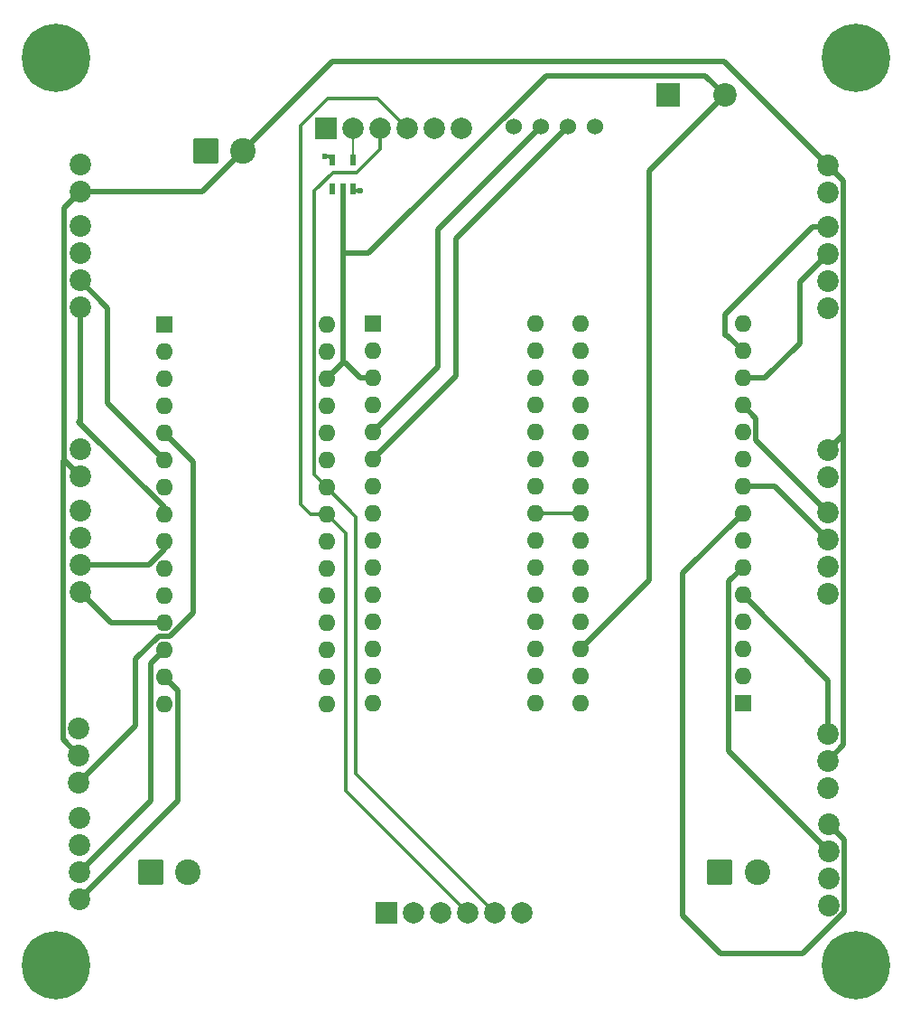
<source format=gbr>
%TF.GenerationSoftware,KiCad,Pcbnew,9.0.0-1.fc41*%
%TF.CreationDate,2025-04-13T20:28:47+02:00*%
%TF.ProjectId,main_board,6d61696e-5f62-46f6-9172-642e6b696361,v1.0*%
%TF.SameCoordinates,Original*%
%TF.FileFunction,Copper,L1,Top*%
%TF.FilePolarity,Positive*%
%FSLAX46Y46*%
G04 Gerber Fmt 4.6, Leading zero omitted, Abs format (unit mm)*
G04 Created by KiCad (PCBNEW 9.0.0-1.fc41) date 2025-04-13 20:28:47*
%MOMM*%
%LPD*%
G01*
G04 APERTURE LIST*
G04 Aperture macros list*
%AMRoundRect*
0 Rectangle with rounded corners*
0 $1 Rounding radius*
0 $2 $3 $4 $5 $6 $7 $8 $9 X,Y pos of 4 corners*
0 Add a 4 corners polygon primitive as box body*
4,1,4,$2,$3,$4,$5,$6,$7,$8,$9,$2,$3,0*
0 Add four circle primitives for the rounded corners*
1,1,$1+$1,$2,$3*
1,1,$1+$1,$4,$5*
1,1,$1+$1,$6,$7*
1,1,$1+$1,$8,$9*
0 Add four rect primitives between the rounded corners*
20,1,$1+$1,$2,$3,$4,$5,0*
20,1,$1+$1,$4,$5,$6,$7,0*
20,1,$1+$1,$6,$7,$8,$9,0*
20,1,$1+$1,$8,$9,$2,$3,0*%
G04 Aperture macros list end*
%TA.AperFunction,ComponentPad*%
%ADD10R,2.000000X2.000000*%
%TD*%
%TA.AperFunction,ComponentPad*%
%ADD11C,2.000000*%
%TD*%
%TA.AperFunction,ComponentPad*%
%ADD12C,2.020000*%
%TD*%
%TA.AperFunction,ComponentPad*%
%ADD13R,2.200000X2.200000*%
%TD*%
%TA.AperFunction,ComponentPad*%
%ADD14C,2.200000*%
%TD*%
%TA.AperFunction,SMDPad,CuDef*%
%ADD15R,0.600000X1.050000*%
%TD*%
%TA.AperFunction,ComponentPad*%
%ADD16RoundRect,0.250001X-0.949999X-0.949999X0.949999X-0.949999X0.949999X0.949999X-0.949999X0.949999X0*%
%TD*%
%TA.AperFunction,ComponentPad*%
%ADD17C,2.400000*%
%TD*%
%TA.AperFunction,ComponentPad*%
%ADD18C,6.400000*%
%TD*%
%TA.AperFunction,ComponentPad*%
%ADD19C,1.530000*%
%TD*%
%TA.AperFunction,ComponentPad*%
%ADD20R,1.600000X1.600000*%
%TD*%
%TA.AperFunction,ComponentPad*%
%ADD21O,1.600000X1.600000*%
%TD*%
%TA.AperFunction,ViaPad*%
%ADD22C,0.600000*%
%TD*%
%TA.AperFunction,Conductor*%
%ADD23C,0.300000*%
%TD*%
%TA.AperFunction,Conductor*%
%ADD24C,1.500000*%
%TD*%
%TA.AperFunction,Conductor*%
%ADD25C,0.500000*%
%TD*%
%TA.AperFunction,Conductor*%
%ADD26C,0.200000*%
%TD*%
G04 APERTURE END LIST*
D10*
%TO.P,J3,1*%
%TO.N,+5V*%
X142440000Y-119545000D03*
D11*
%TO.P,J3,2*%
%TO.N,unconnected-(J3-Pad2)*%
X144980000Y-119545000D03*
%TO.P,J3,3*%
%TO.N,GND*%
X147520000Y-119545000D03*
%TO.P,J3,4*%
%TO.N,SDA*%
X150060000Y-119545000D03*
%TO.P,J3,5*%
%TO.N,SCL*%
X152600000Y-119545000D03*
%TO.P,J3,6*%
%TO.N,unconnected-(J3-Pad6)*%
X155140000Y-119545000D03*
%TD*%
D12*
%TO.P,J15,1*%
%TO.N,GND*%
X183900000Y-118870000D03*
%TO.P,J15,2*%
%TO.N,+12V*%
X183900000Y-116330000D03*
%TO.P,J15,3*%
%TO.N,Net-(Slave2-D3)*%
X183900000Y-113790000D03*
%TO.P,J15,4*%
%TO.N,Net-(Slave2-D5)*%
X183900000Y-111250000D03*
%TD*%
%TO.P,J19,1*%
%TO.N,GND*%
X183820000Y-78800000D03*
%TO.P,J19,2*%
%TO.N,+5V*%
X183820000Y-76260000D03*
%TD*%
D13*
%TO.P,S2,1*%
%TO.N,GND*%
X168850000Y-42950000D03*
D14*
%TO.P,S2,2*%
%TO.N,reset*%
X174150000Y-42950000D03*
%TD*%
D15*
%TO.P,U2,1,NC*%
%TO.N,unconnected-(U2-NC-Pad1)*%
X137400000Y-51750000D03*
%TO.P,U2,2,A*%
%TO.N,reset*%
X138350000Y-51750000D03*
%TO.P,U2,3,GND*%
%TO.N,GND*%
X139300000Y-51750000D03*
%TO.P,U2,4,Y*%
%TO.N,Net-(U2-Y)*%
X139300000Y-49050000D03*
%TO.P,U2,5,VCC*%
%TO.N,+5V*%
X137400000Y-49050000D03*
%TD*%
D12*
%TO.P,J2,1*%
%TO.N,GND*%
X113700000Y-76105000D03*
%TO.P,J2,2*%
%TO.N,+5V*%
X113700000Y-78645000D03*
%TD*%
D16*
%TO.P,J11,1,Pin_1*%
%TO.N,GND*%
X173700000Y-115800000D03*
D17*
%TO.P,J11,2,Pin_2*%
%TO.N,+12V*%
X177200000Y-115800000D03*
%TD*%
D12*
%TO.P,J16,1*%
%TO.N,GND*%
X183820000Y-89670000D03*
%TO.P,J16,2*%
%TO.N,+12V*%
X183820000Y-87130000D03*
%TO.P,J16,3*%
%TO.N,Net-(Slave2-D6)*%
X183820000Y-84590000D03*
%TO.P,J16,4*%
%TO.N,Net-(Slave2-D9)*%
X183820000Y-82050000D03*
%TD*%
%TO.P,J10,1*%
%TO.N,GND*%
X113700000Y-49495000D03*
%TO.P,J10,2*%
%TO.N,+5V*%
X113700000Y-52035000D03*
%TD*%
%TO.P,J17,1*%
%TO.N,GND*%
X183800000Y-62955000D03*
%TO.P,J17,2*%
%TO.N,+12V*%
X183800000Y-60415000D03*
%TO.P,J17,3*%
%TO.N,Net-(Slave2-D10)*%
X183800000Y-57875000D03*
%TO.P,J17,4*%
%TO.N,Net-(Slave2-D11)*%
X183800000Y-55335000D03*
%TD*%
D18*
%TO.P,H2,1,1*%
%TO.N,GND*%
X186423250Y-124500000D03*
%TD*%
D12*
%TO.P,J14,1*%
%TO.N,GND*%
X113620000Y-110710000D03*
%TO.P,J14,2*%
%TO.N,+12.1V*%
X113620000Y-113250000D03*
%TO.P,J14,3*%
%TO.N,Net-(Slave1-D10)*%
X113620000Y-115790000D03*
%TO.P,J14,4*%
%TO.N,Net-(Slave1-D11)*%
X113620000Y-118330000D03*
%TD*%
%TO.P,J20,1*%
%TO.N,GND*%
X183800000Y-52060000D03*
%TO.P,J20,2*%
%TO.N,+5V*%
X183800000Y-49520000D03*
%TD*%
D16*
%TO.P,J1,1,Pin_1*%
%TO.N,GND*%
X120350000Y-115800000D03*
D17*
%TO.P,J1,2,Pin_2*%
%TO.N,+12.1V*%
X123850000Y-115800000D03*
%TD*%
D12*
%TO.P,J22,1*%
%TO.N,GND*%
X183850000Y-107850000D03*
%TO.P,J22,2*%
%TO.N,+5V*%
X183850000Y-105310000D03*
%TO.P,J22,3*%
%TO.N,n2D2*%
X183850000Y-102770000D03*
%TD*%
D16*
%TO.P,J18,1,Pin_1*%
%TO.N,GND*%
X125500000Y-48200000D03*
D17*
%TO.P,J18,2,Pin_2*%
%TO.N,+5V*%
X129000000Y-48200000D03*
%TD*%
D12*
%TO.P,J12,1*%
%TO.N,GND*%
X113700000Y-55245000D03*
%TO.P,J12,2*%
%TO.N,+12.1V*%
X113700000Y-57785000D03*
%TO.P,J12,3*%
%TO.N,Net-(Slave1-D3)*%
X113700000Y-60325000D03*
%TO.P,J12,4*%
%TO.N,Net-(Slave1-D5)*%
X113700000Y-62865000D03*
%TD*%
D19*
%TO.P,U1,1,VCC*%
%TO.N,+5V*%
X162010000Y-45900000D03*
%TO.P,U1,2,TRIG*%
%TO.N,Net-(Master1-D3)*%
X159470000Y-45900000D03*
%TO.P,U1,3,ECHO*%
%TO.N,Net-(Master1-D2)*%
X156930000Y-45900000D03*
%TO.P,U1,4,GND*%
%TO.N,GND*%
X154390000Y-45900000D03*
%TD*%
D10*
%TO.P,J5,1*%
%TO.N,GND*%
X136800000Y-46100000D03*
D11*
%TO.P,J5,2*%
%TO.N,Net-(U2-Y)*%
X139340000Y-46100000D03*
%TO.P,J5,3*%
%TO.N,SCL*%
X141880000Y-46100000D03*
%TO.P,J5,4*%
%TO.N,SDA*%
X144420000Y-46100000D03*
%TO.P,J5,5*%
%TO.N,+5V*%
X146960000Y-46100000D03*
%TO.P,J5,6*%
%TO.N,unconnected-(J5-Pad6)*%
X149500000Y-46100000D03*
%TD*%
D18*
%TO.P,H1,1,1*%
%TO.N,GND*%
X111436750Y-124500000D03*
%TD*%
D20*
%TO.P,Slave2,1,D1/TX*%
%TO.N,unconnected-(Slave2-D1{slash}TX-Pad1)*%
X175840000Y-99950000D03*
D21*
%TO.P,Slave2,2,D0/RX*%
%TO.N,unconnected-(Slave2-D0{slash}RX-Pad2)*%
X175840000Y-97410000D03*
%TO.P,Slave2,3,~{RESET}*%
%TO.N,unconnected-(Slave2-~{RESET}-Pad3)*%
X175840000Y-94870000D03*
%TO.P,Slave2,4,GND*%
%TO.N,GND*%
X175840000Y-92330000D03*
%TO.P,Slave2,5,D2*%
%TO.N,n2D2*%
X175840000Y-89790000D03*
%TO.P,Slave2,6,D3*%
%TO.N,Net-(Slave2-D3)*%
X175840000Y-87250000D03*
%TO.P,Slave2,7,D4*%
%TO.N,unconnected-(Slave2-D4-Pad7)*%
X175840000Y-84710000D03*
%TO.P,Slave2,8,D5*%
%TO.N,Net-(Slave2-D5)*%
X175840000Y-82170000D03*
%TO.P,Slave2,9,D6*%
%TO.N,Net-(Slave2-D6)*%
X175840000Y-79630000D03*
%TO.P,Slave2,10,D7*%
%TO.N,unconnected-(Slave2-D7-Pad10)*%
X175840000Y-77090000D03*
%TO.P,Slave2,11,D8*%
%TO.N,unconnected-(Slave2-D8-Pad11)*%
X175840000Y-74550000D03*
%TO.P,Slave2,12,D9*%
%TO.N,Net-(Slave2-D9)*%
X175840000Y-72010000D03*
%TO.P,Slave2,13,D10*%
%TO.N,Net-(Slave2-D10)*%
X175840000Y-69470000D03*
%TO.P,Slave2,14,D11*%
%TO.N,Net-(Slave2-D11)*%
X175840000Y-66930000D03*
%TO.P,Slave2,15,D12*%
%TO.N,unconnected-(Slave2-D12-Pad15)*%
X175840000Y-64390000D03*
%TO.P,Slave2,16,D13*%
%TO.N,unconnected-(Slave2-D13-Pad16)*%
X160600000Y-64390000D03*
%TO.P,Slave2,17,3V3*%
%TO.N,unconnected-(Slave2-3V3-Pad17)*%
X160600000Y-66930000D03*
%TO.P,Slave2,18,AREF*%
%TO.N,unconnected-(Slave2-AREF-Pad18)*%
X160600000Y-69470000D03*
%TO.P,Slave2,19,A0*%
%TO.N,unconnected-(Slave2-A0-Pad19)*%
X160600000Y-72010000D03*
%TO.P,Slave2,20,A1*%
%TO.N,unconnected-(Slave2-A1-Pad20)*%
X160600000Y-74550000D03*
%TO.P,Slave2,21,A2*%
%TO.N,unconnected-(Slave2-A2-Pad21)*%
X160600000Y-77090000D03*
%TO.P,Slave2,22,A3*%
%TO.N,unconnected-(Slave2-A3-Pad22)*%
X160600000Y-79630000D03*
%TO.P,Slave2,23,A4*%
%TO.N,SDA*%
X160600000Y-82170000D03*
%TO.P,Slave2,24,A5*%
%TO.N,SCL*%
X160600000Y-84710000D03*
%TO.P,Slave2,25,A6*%
%TO.N,unconnected-(Slave2-A6-Pad25)*%
X160600000Y-87250000D03*
%TO.P,Slave2,26,A7*%
%TO.N,unconnected-(Slave2-A7-Pad26)*%
X160600000Y-89790000D03*
%TO.P,Slave2,27,+5V*%
%TO.N,unconnected-(Slave2-+5V-Pad27)*%
X160600000Y-92330000D03*
%TO.P,Slave2,28,~{RESET}*%
%TO.N,reset*%
X160600000Y-94870000D03*
%TO.P,Slave2,29,GND*%
%TO.N,unconnected-(Slave2-GND-Pad29)*%
X160600000Y-97410000D03*
%TO.P,Slave2,30,VIN*%
%TO.N,+5V*%
X160600000Y-99950000D03*
%TD*%
D18*
%TO.P,H4,1,1*%
%TO.N,GND*%
X186423250Y-39500000D03*
%TD*%
D20*
%TO.P,Master,1,D1/TX*%
%TO.N,unconnected-(Master1-D1{slash}TX-Pad1)*%
X141200000Y-64400000D03*
D21*
%TO.P,Master,2,D0/RX*%
%TO.N,unconnected-(Master1-D0{slash}RX-Pad2)*%
X141200000Y-66940000D03*
%TO.P,Master,3,~{RESET}*%
%TO.N,reset*%
X141200000Y-69480000D03*
%TO.P,Master,4,GND*%
%TO.N,GND*%
X141200000Y-72020000D03*
%TO.P,Master,5,D2*%
%TO.N,Net-(Master1-D2)*%
X141200000Y-74560000D03*
%TO.P,Master,6,D3*%
%TO.N,Net-(Master1-D3)*%
X141200000Y-77100000D03*
%TO.P,Master,7,D4*%
%TO.N,unconnected-(Master1-D4-Pad7)*%
X141200000Y-79640000D03*
%TO.P,Master,8,D5*%
%TO.N,unconnected-(Master1-D5-Pad8)*%
X141200000Y-82180000D03*
%TO.P,Master,9,D6*%
%TO.N,unconnected-(Master1-D6-Pad9)*%
X141200000Y-84720000D03*
%TO.P,Master,10,D7*%
%TO.N,unconnected-(Master1-D7-Pad10)*%
X141200000Y-87260000D03*
%TO.P,Master,11,D8*%
%TO.N,unconnected-(Master1-D8-Pad11)*%
X141200000Y-89800000D03*
%TO.P,Master,12,D9*%
%TO.N,unconnected-(Master1-D9-Pad12)*%
X141200000Y-92340000D03*
%TO.P,Master,13,D10*%
%TO.N,unconnected-(Master1-D10-Pad13)*%
X141200000Y-94880000D03*
%TO.P,Master,14,D11*%
%TO.N,unconnected-(Master1-D11-Pad14)*%
X141200000Y-97420000D03*
%TO.P,Master,15,D12*%
%TO.N,unconnected-(Master1-D12-Pad15)*%
X141200000Y-99960000D03*
%TO.P,Master,16,D13*%
%TO.N,unconnected-(Master1-D13-Pad16)*%
X156440000Y-99960000D03*
%TO.P,Master,17,3V3*%
%TO.N,unconnected-(Master1-3V3-Pad17)*%
X156440000Y-97420000D03*
%TO.P,Master,18,AREF*%
%TO.N,unconnected-(Master1-AREF-Pad18)*%
X156440000Y-94880000D03*
%TO.P,Master,19,A0*%
%TO.N,unconnected-(Master1-A0-Pad19)*%
X156440000Y-92340000D03*
%TO.P,Master,20,A1*%
%TO.N,unconnected-(Master1-A1-Pad20)*%
X156440000Y-89800000D03*
%TO.P,Master,21,A2*%
%TO.N,unconnected-(Master1-A2-Pad21)*%
X156440000Y-87260000D03*
%TO.P,Master,22,A3*%
%TO.N,unconnected-(Master1-A3-Pad22)*%
X156440000Y-84720000D03*
%TO.P,Master,23,A4*%
%TO.N,SDA*%
X156440000Y-82180000D03*
%TO.P,Master,24,A5*%
%TO.N,SCL*%
X156440000Y-79640000D03*
%TO.P,Master,25,A6*%
%TO.N,unconnected-(Master1-A6-Pad25)*%
X156440000Y-77100000D03*
%TO.P,Master,26,A7*%
%TO.N,unconnected-(Master1-A7-Pad26)*%
X156440000Y-74560000D03*
%TO.P,Master,27,+5V*%
%TO.N,unconnected-(Master1-+5V-Pad27)*%
X156440000Y-72020000D03*
%TO.P,Master,28,~{RESET}*%
%TO.N,unconnected-(Master1-~{RESET}-Pad28)*%
X156440000Y-69480000D03*
%TO.P,Master,29,GND*%
%TO.N,unconnected-(Master1-GND-Pad29)*%
X156440000Y-66940000D03*
%TO.P,Master,30,VIN*%
%TO.N,+5V*%
X156440000Y-64400000D03*
%TD*%
D20*
%TO.P,Slave1,1,D1/TX*%
%TO.N,unconnected-(Slave1-D1{slash}TX-Pad1)*%
X121595000Y-64455000D03*
D21*
%TO.P,Slave1,2,D0/RX*%
%TO.N,unconnected-(Slave1-D0{slash}RX-Pad2)*%
X121595000Y-66995000D03*
%TO.P,Slave1,3,~{RESET}*%
%TO.N,unconnected-(Slave1-~{RESET}-Pad3)*%
X121595000Y-69535000D03*
%TO.P,Slave1,4,GND*%
%TO.N,unconnected-(Slave1-GND-Pad4)*%
X121595000Y-72075000D03*
%TO.P,Slave1,5,D2*%
%TO.N,n1D2*%
X121595000Y-74615000D03*
%TO.P,Slave1,6,D3*%
%TO.N,Net-(Slave1-D3)*%
X121595000Y-77155000D03*
%TO.P,Slave1,7,D4*%
%TO.N,unconnected-(Slave1-D4-Pad7)*%
X121595000Y-79695000D03*
%TO.P,Slave1,8,D5*%
%TO.N,Net-(Slave1-D5)*%
X121595000Y-82235000D03*
%TO.P,Slave1,9,D6*%
%TO.N,Net-(Slave1-D6)*%
X121595000Y-84775000D03*
%TO.P,Slave1,10,D7*%
%TO.N,unconnected-(Slave1-D7-Pad10)*%
X121595000Y-87315000D03*
%TO.P,Slave1,11,D8*%
%TO.N,unconnected-(Slave1-D8-Pad11)*%
X121595000Y-89855000D03*
%TO.P,Slave1,12,D9*%
%TO.N,Net-(Slave1-D9)*%
X121595000Y-92395000D03*
%TO.P,Slave1,13,D10*%
%TO.N,Net-(Slave1-D10)*%
X121595000Y-94935000D03*
%TO.P,Slave1,14,D11*%
%TO.N,Net-(Slave1-D11)*%
X121595000Y-97475000D03*
%TO.P,Slave1,15,D12*%
%TO.N,unconnected-(Slave1-D12-Pad15)*%
X121595000Y-100015000D03*
%TO.P,Slave1,16,D13*%
%TO.N,unconnected-(Slave1-D13-Pad16)*%
X136835000Y-100015000D03*
%TO.P,Slave1,17,3V3*%
%TO.N,unconnected-(Slave1-3V3-Pad17)*%
X136835000Y-97475000D03*
%TO.P,Slave1,18,AREF*%
%TO.N,unconnected-(Slave1-AREF-Pad18)*%
X136835000Y-94935000D03*
%TO.P,Slave1,19,A0*%
%TO.N,unconnected-(Slave1-A0-Pad19)*%
X136835000Y-92395000D03*
%TO.P,Slave1,20,A1*%
%TO.N,unconnected-(Slave1-A1-Pad20)*%
X136835000Y-89855000D03*
%TO.P,Slave1,21,A2*%
%TO.N,unconnected-(Slave1-A2-Pad21)*%
X136835000Y-87315000D03*
%TO.P,Slave1,22,A3*%
%TO.N,unconnected-(Slave1-A3-Pad22)*%
X136835000Y-84775000D03*
%TO.P,Slave1,23,A4*%
%TO.N,SDA*%
X136835000Y-82235000D03*
%TO.P,Slave1,24,A5*%
%TO.N,SCL*%
X136835000Y-79695000D03*
%TO.P,Slave1,25,A6*%
%TO.N,unconnected-(Slave1-A6-Pad25)*%
X136835000Y-77155000D03*
%TO.P,Slave1,26,A7*%
%TO.N,unconnected-(Slave1-A7-Pad26)*%
X136835000Y-74615000D03*
%TO.P,Slave1,27,+5V*%
%TO.N,unconnected-(Slave1-+5V-Pad27)*%
X136835000Y-72075000D03*
%TO.P,Slave1,28,~{RESET}*%
%TO.N,reset*%
X136835000Y-69535000D03*
%TO.P,Slave1,29,GND*%
%TO.N,GND*%
X136835000Y-66995000D03*
%TO.P,Slave1,30,VIN*%
%TO.N,+5V*%
X136835000Y-64455000D03*
%TD*%
D12*
%TO.P,J13,1*%
%TO.N,GND*%
X113700000Y-81895000D03*
%TO.P,J13,2*%
%TO.N,+12.1V*%
X113700000Y-84435000D03*
%TO.P,J13,3*%
%TO.N,Net-(Slave1-D6)*%
X113700000Y-86975000D03*
%TO.P,J13,4*%
%TO.N,Net-(Slave1-D9)*%
X113700000Y-89515000D03*
%TD*%
%TO.P,J21,1*%
%TO.N,GND*%
X113600000Y-102270000D03*
%TO.P,J21,2*%
%TO.N,+5V*%
X113600000Y-104810000D03*
%TO.P,J21,3*%
%TO.N,n1D2*%
X113600000Y-107350000D03*
%TD*%
D18*
%TO.P,H3,1,1*%
%TO.N,GND*%
X111436750Y-39500000D03*
%TD*%
D22*
%TO.N,+5V*%
X136650000Y-48700000D03*
%TO.N,GND*%
X140000000Y-51900000D03*
%TD*%
D23*
%TO.N,SDA*%
X156440000Y-82180000D02*
X160590000Y-82180000D01*
X136898000Y-43300000D02*
X141620000Y-43300000D01*
X141620000Y-43300000D02*
X144420000Y-46100000D01*
X134400000Y-45798000D02*
X136898000Y-43300000D01*
X136835000Y-82235000D02*
X135335000Y-82235000D01*
X135335000Y-82235000D02*
X134400000Y-81300000D01*
X150060000Y-119545000D02*
X138650000Y-108135000D01*
X134400000Y-81300000D02*
X134400000Y-45798000D01*
X138650000Y-108135000D02*
X138650000Y-84050000D01*
D24*
X156450000Y-82170000D02*
X156440000Y-82180000D01*
D23*
X138650000Y-84050000D02*
X136835000Y-82235000D01*
X160590000Y-82180000D02*
X160600000Y-82170000D01*
%TO.N,+5V*%
X136650000Y-48700000D02*
X137050000Y-48700000D01*
D25*
X112139000Y-103349000D02*
X113600000Y-104810000D01*
D23*
X137050000Y-48700000D02*
X137400000Y-49050000D01*
D25*
X183800000Y-49520000D02*
X185311000Y-51031000D01*
X137400000Y-39800000D02*
X174080000Y-39800000D01*
X129000000Y-48200000D02*
X137400000Y-39800000D01*
X185311000Y-103849000D02*
X183850000Y-105310000D01*
X185311000Y-74150000D02*
X185311000Y-103849000D01*
X112239000Y-77184000D02*
X112139000Y-77284000D01*
X125165000Y-52035000D02*
X129000000Y-48200000D01*
X174080000Y-39800000D02*
X183800000Y-49520000D01*
X183820000Y-76260000D02*
X185311000Y-74769000D01*
X113700000Y-52035000D02*
X125165000Y-52035000D01*
X112239000Y-77184000D02*
X113700000Y-78645000D01*
X112239000Y-53496000D02*
X112239000Y-77184000D01*
X113700000Y-52035000D02*
X112239000Y-53496000D01*
X112139000Y-77284000D02*
X112139000Y-103349000D01*
X185311000Y-51031000D02*
X185311000Y-74150000D01*
X185311000Y-74769000D02*
X185311000Y-74150000D01*
%TO.N,reset*%
X167050000Y-50050000D02*
X167050000Y-88420000D01*
X138350000Y-57800000D02*
X138350000Y-51750000D01*
X138350000Y-68020000D02*
X138350000Y-57800000D01*
X172350000Y-41150000D02*
X174150000Y-42950000D01*
X138520000Y-68020000D02*
X139980000Y-69480000D01*
X139980000Y-69480000D02*
X141200000Y-69480000D01*
X136835000Y-69535000D02*
X138350000Y-68020000D01*
X138350000Y-68020000D02*
X138520000Y-68020000D01*
X167050000Y-88420000D02*
X160600000Y-94870000D01*
X140770316Y-57800000D02*
X157420316Y-41150000D01*
X157420316Y-41150000D02*
X172350000Y-41150000D01*
X138350000Y-57800000D02*
X140770316Y-57800000D01*
X174150000Y-42950000D02*
X167050000Y-50050000D01*
D23*
%TO.N,GND*%
X140000000Y-51900000D02*
X139450000Y-51900000D01*
X139450000Y-51900000D02*
X139300000Y-51750000D01*
%TO.N,SCL*%
X141880000Y-47997000D02*
X141880000Y-46100000D01*
X137423000Y-50200000D02*
X139677000Y-50200000D01*
X135684000Y-51939000D02*
X137423000Y-50200000D01*
X139677000Y-50200000D02*
X141880000Y-47997000D01*
X139600000Y-82460000D02*
X136835000Y-79695000D01*
X136835000Y-79695000D02*
X135684000Y-78544000D01*
X135684000Y-78544000D02*
X135684000Y-51939000D01*
X139600000Y-106545000D02*
X139600000Y-82460000D01*
X152600000Y-119545000D02*
X139600000Y-106545000D01*
D25*
%TO.N,n1D2*%
X124300000Y-91459182D02*
X124300000Y-77320000D01*
X113600000Y-107350000D02*
X118904000Y-102046000D01*
X122113182Y-93646000D02*
X124300000Y-91459182D01*
X124300000Y-77320000D02*
X121595000Y-74615000D01*
X118904000Y-102046000D02*
X118904000Y-95818818D01*
X118904000Y-95818818D02*
X121076818Y-93646000D01*
X121076818Y-93646000D02*
X122113182Y-93646000D01*
%TO.N,n2D2*%
X183850000Y-97800000D02*
X183850000Y-102770000D01*
X175840000Y-89790000D02*
X183850000Y-97800000D01*
D26*
%TO.N,Net-(U2-Y)*%
X139340000Y-46100000D02*
X139340000Y-49010000D01*
X139340000Y-49010000D02*
X139300000Y-49050000D01*
D25*
%TO.N,Net-(Slave2-D11)*%
X174360000Y-65450000D02*
X175840000Y-66930000D01*
X182371645Y-55335000D02*
X174200000Y-63506645D01*
X174200000Y-63506645D02*
X174200000Y-65450000D01*
X183800000Y-55335000D02*
X182371645Y-55335000D01*
X174200000Y-65450000D02*
X174360000Y-65450000D01*
%TO.N,Net-(Slave2-D10)*%
X177930000Y-69470000D02*
X181200000Y-66200000D01*
X181200000Y-66200000D02*
X181200000Y-60475000D01*
X181200000Y-60475000D02*
X183800000Y-57875000D01*
X175840000Y-69470000D02*
X177930000Y-69470000D01*
%TO.N,Net-(Slave2-D6)*%
X178860000Y-79630000D02*
X175840000Y-79630000D01*
X183820000Y-84590000D02*
X178860000Y-79630000D01*
%TO.N,Net-(Slave2-D9)*%
X183820000Y-82050000D02*
X177091000Y-75321000D01*
X177091000Y-73261000D02*
X175840000Y-72010000D01*
X177091000Y-75321000D02*
X177091000Y-73261000D01*
%TO.N,Net-(Slave2-D3)*%
X174550000Y-88540000D02*
X175840000Y-87250000D01*
X183900000Y-113790000D02*
X174550000Y-104440000D01*
X174550000Y-104440000D02*
X174550000Y-88540000D01*
%TO.N,Net-(Slave2-D5)*%
X185361000Y-119475167D02*
X181486167Y-123350000D01*
X173800000Y-123350000D02*
X170250000Y-119800000D01*
X181486167Y-123350000D02*
X173800000Y-123350000D01*
X170250000Y-119800000D02*
X170250000Y-87760000D01*
X185361000Y-112711000D02*
X185361000Y-119475167D01*
X183900000Y-111250000D02*
X185361000Y-112711000D01*
X170250000Y-87760000D02*
X175840000Y-82170000D01*
%TO.N,Net-(Master1-D2)*%
X156930000Y-45900000D02*
X147300000Y-55530000D01*
X147300000Y-68460000D02*
X141200000Y-74560000D01*
X147300000Y-55530000D02*
X147300000Y-68460000D01*
%TO.N,Net-(Master1-D3)*%
X141200000Y-77100000D02*
X149000000Y-69300000D01*
X149000000Y-69300000D02*
X149000000Y-56370000D01*
X149000000Y-56370000D02*
X159470000Y-45900000D01*
%TO.N,Net-(Slave1-D3)*%
X116300000Y-71860000D02*
X121595000Y-77155000D01*
X116300000Y-62925000D02*
X116300000Y-71860000D01*
X113700000Y-60325000D02*
X116300000Y-62925000D01*
%TO.N,Net-(Slave1-D5)*%
X113600000Y-73600000D02*
X121595000Y-81595000D01*
X113700000Y-73500000D02*
X113600000Y-73600000D01*
X113700000Y-62865000D02*
X113700000Y-73500000D01*
X121595000Y-81595000D02*
X121595000Y-82235000D01*
%TO.N,Net-(Slave1-D6)*%
X113700000Y-86975000D02*
X120165818Y-86975000D01*
X120165818Y-86975000D02*
X121595000Y-85545818D01*
X121595000Y-85545818D02*
X121595000Y-84775000D01*
%TO.N,Net-(Slave1-D9)*%
X116580000Y-92395000D02*
X121595000Y-92395000D01*
X113700000Y-89515000D02*
X116580000Y-92395000D01*
%TO.N,Net-(Slave1-D11)*%
X122846000Y-98726000D02*
X121595000Y-97475000D01*
X122846000Y-109104000D02*
X122846000Y-98726000D01*
X113620000Y-118330000D02*
X122846000Y-109104000D01*
%TO.N,Net-(Slave1-D10)*%
X120344000Y-109066000D02*
X120344000Y-96186000D01*
X120344000Y-96186000D02*
X121595000Y-94935000D01*
X113620000Y-115790000D02*
X120344000Y-109066000D01*
%TD*%
M02*

</source>
